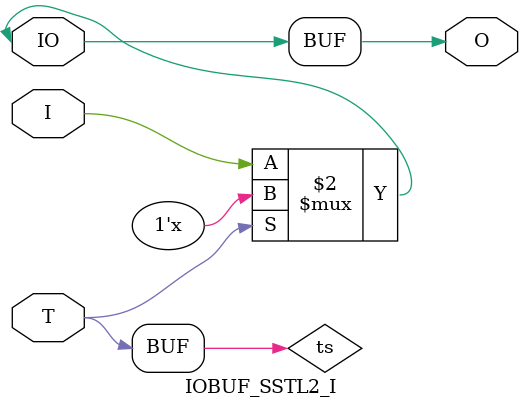
<source format=v>

/*

FUNCTION	: INPUT TRI-STATE OUTPUT BUFFER

*/

`celldefine
`timescale  100 ps / 10 ps

module IOBUF_SSTL2_I (O, IO, I, T);

    output O;

    inout  IO;

    input  I, T;

    or O1 (ts, 1'b0, T);
    bufif0 T1 (IO, I, ts);

    buf B1 (O, IO);

endmodule

</source>
